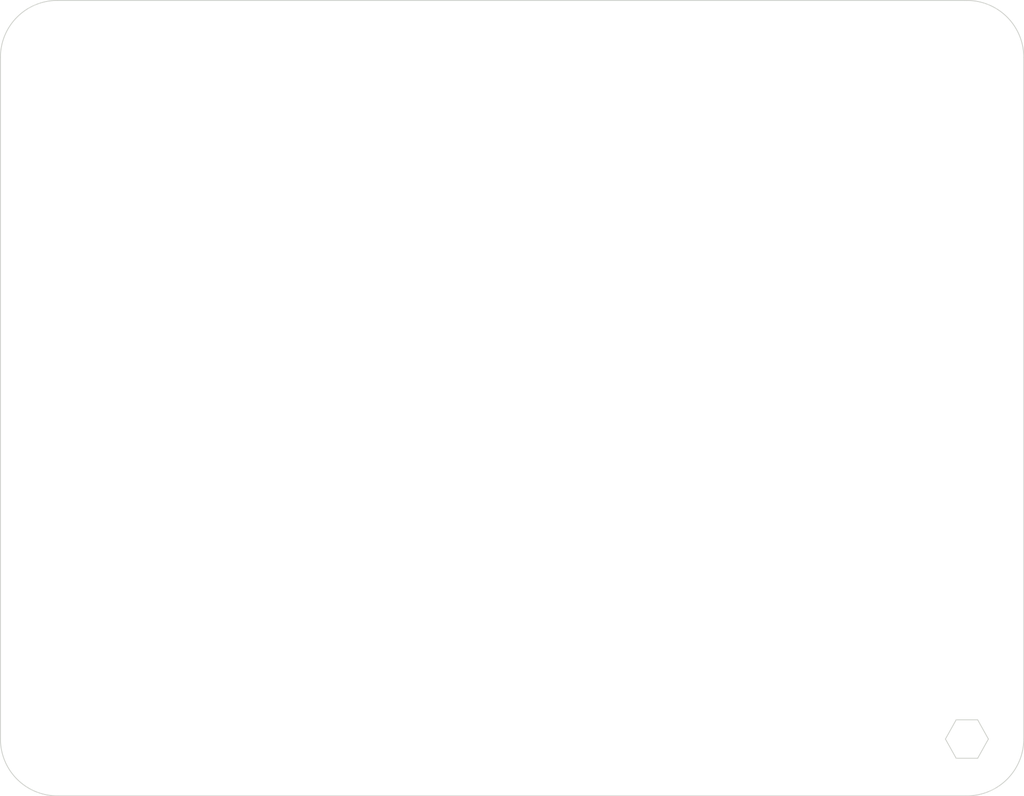
<source format=kicad_pcb>
(kicad_pcb (version 20221018) (generator pcbnew)
  (layers (0 "F.Cu" signal) (31 "B.Cu" signal) (34 "B.Paste" user) (35 "F.Paste" user) (36 "B.SilkS" user "B.Silkscreen") (37 "F.SilkS" user "F.Silkscreen") (38 "B.Mask" user) (39 "F.Mask" user) (44 "Edge.Cuts" user))
  (net 0 "")
  (footprint "kbd_Hole:m2_Spacer_Hole_hex" (layer "F.Cu") (at 120.65 184.15)
    (fp_text reference "Ref**")
    (fp_text value "Val**")
    (fp_line (start -2.4 0) (end -1.2 2.15) (stroke (width 0.1)) (layer "Edge.Cuts"))
    (fp_line (start -1.2 -2.15) (end -2.4 0) (stroke (width 0.1)) (layer "Edge.Cuts"))
    (fp_line (start -1.2 2.15) (end 1.2 2.15) (stroke (width 0.1)) (layer "Edge.Cuts"))
    (fp_line (start 1.2 -2.15) (end -1.2 -2.15) (stroke (width 0.1)) (layer "Edge.Cuts"))
    (fp_line (start 1.2 2.15) (end 2.4 0) (stroke (width 0.1)) (layer "Edge.Cuts"))
    (fp_line (start 2.4 0) (end 1.2 -2.15) (stroke (width 0.1)) (layer "Edge.Cuts"))
  )
  (footprint "kbd_Hole:m2_Screw_Hole" (layer "F.Cu") (at 120.65 184.15)
    (fp_text reference "Ref**")
    (fp_text value "Val**")
    (pad "" np_thru_hole circle (at 0 0) (size 2.2 2.2) (drill 2.2) (layers "*.Cu" "*.Mask"))
  )
  (footprint "kbd_Hole:m2_Screw_Hole" (layer "F.Cu") (at 19.05 184.15)
    (fp_text reference "Ref**")
    (fp_text value "Val**")
    (pad "" np_thru_hole circle (at 0 0) (size 2.2 2.2) (drill 2.2) (layers "*.Cu" "*.Mask"))
  )
  (footprint "kbd_Hole:m2_Screw_Hole" (layer "F.Cu") (at 120.65 107.95)
    (fp_text reference "Ref**")
    (fp_text value "Val**")
    (pad "" np_thru_hole circle (at 0 0) (size 2.2 2.2) (drill 2.2) (layers "*.Cu" "*.Mask"))
  )
  (footprint "kbd_Hole:m2_Screw_Hole" (layer "F.Cu") (at 19.05 107.95)
    (fp_text reference "Ref**")
    (fp_text value "Val**")
    (pad "" np_thru_hole circle (at 0 0) (size 2.2 2.2) (drill 2.2) (layers "*.Cu" "*.Mask"))
  )
  (gr_line (start 127 107.95) (end 127 184.15) (stroke (width 0.1)) (layer "Edge.Cuts"))
  (gr_line (start 12.7 184.15) (end 12.7 107.95) (stroke (width 0.1)) (layer "Edge.Cuts"))
  (gr_line (start 19.05 101.6) (end 120.65 101.6) (stroke (width 0.1)) (layer "Edge.Cuts"))
  (gr_arc (start 127 184.15) (mid 125.140128 188.640128) (end 120.65 190.5) (stroke (width 0.1)) (layer "Edge.Cuts"))
  (gr_line (start 120.65 190.5) (end 19.05 190.5) (stroke (width 0.1)) (layer "Edge.Cuts"))
  (gr_arc (start 12.7 107.95) (mid 14.559872 103.459872) (end 19.05 101.6) (stroke (width 0.1)) (layer "Edge.Cuts"))
  (gr_arc (start 19.05 190.5) (mid 14.559872 188.640128) (end 12.7 184.15) (stroke (width 0.1)) (layer "Edge.Cuts"))
  (gr_arc (start 120.65 101.6) (mid 125.140128 103.459872) (end 127 107.95) (stroke (width 0.1)) (layer "Edge.Cuts"))
)
</source>
